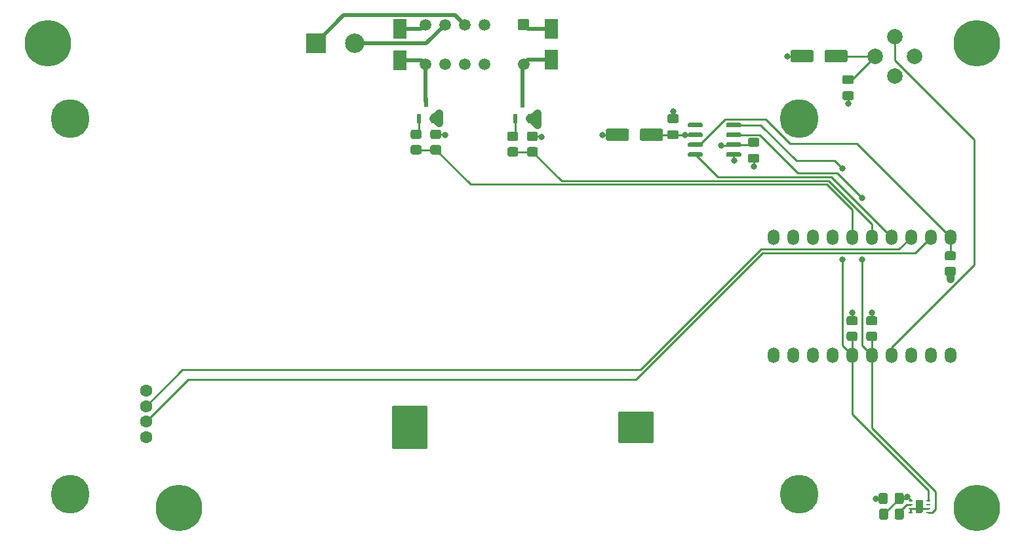
<source format=gtl>
G04 #@! TF.GenerationSoftware,KiCad,Pcbnew,(5.1.10)-1*
G04 #@! TF.CreationDate,2021-10-31T21:23:51-04:00*
G04 #@! TF.ProjectId,Hardware-YurtThermostat,48617264-7761-4726-952d-597572745468,rev?*
G04 #@! TF.SameCoordinates,Original*
G04 #@! TF.FileFunction,Copper,L1,Top*
G04 #@! TF.FilePolarity,Positive*
%FSLAX46Y46*%
G04 Gerber Fmt 4.6, Leading zero omitted, Abs format (unit mm)*
G04 Created by KiCad (PCBNEW (5.1.10)-1) date 2021-10-31 21:23:51*
%MOMM*%
%LPD*%
G01*
G04 APERTURE LIST*
G04 #@! TA.AperFunction,ComponentPad*
%ADD10C,5.000000*%
G04 #@! TD*
G04 #@! TA.AperFunction,SMDPad,CuDef*
%ADD11R,2.600000X3.600000*%
G04 #@! TD*
G04 #@! TA.AperFunction,SMDPad,CuDef*
%ADD12R,1.800000X2.500000*%
G04 #@! TD*
G04 #@! TA.AperFunction,ComponentPad*
%ADD13C,3.400000*%
G04 #@! TD*
G04 #@! TA.AperFunction,ConnectorPad*
%ADD14C,6.000000*%
G04 #@! TD*
G04 #@! TA.AperFunction,ComponentPad*
%ADD15C,1.597660*%
G04 #@! TD*
G04 #@! TA.AperFunction,ComponentPad*
%ADD16R,2.500000X2.500000*%
G04 #@! TD*
G04 #@! TA.AperFunction,ComponentPad*
%ADD17C,2.500000*%
G04 #@! TD*
G04 #@! TA.AperFunction,ComponentPad*
%ADD18C,1.500000*%
G04 #@! TD*
G04 #@! TA.AperFunction,SMDPad,CuDef*
%ADD19R,0.600000X1.300000*%
G04 #@! TD*
G04 #@! TA.AperFunction,ComponentPad*
%ADD20C,2.000000*%
G04 #@! TD*
G04 #@! TA.AperFunction,ComponentPad*
%ADD21O,1.524000X2.000000*%
G04 #@! TD*
G04 #@! TA.AperFunction,SMDPad,CuDef*
%ADD22C,0.100000*%
G04 #@! TD*
G04 #@! TA.AperFunction,SMDPad,CuDef*
%ADD23R,0.550000X0.250000*%
G04 #@! TD*
G04 #@! TA.AperFunction,ViaPad*
%ADD24C,0.800000*%
G04 #@! TD*
G04 #@! TA.AperFunction,Conductor*
%ADD25C,0.250000*%
G04 #@! TD*
G04 #@! TA.AperFunction,Conductor*
%ADD26C,1.000000*%
G04 #@! TD*
G04 #@! TA.AperFunction,Conductor*
%ADD27C,0.500000*%
G04 #@! TD*
G04 #@! TA.AperFunction,Conductor*
%ADD28C,0.254000*%
G04 #@! TD*
G04 #@! TA.AperFunction,Conductor*
%ADD29C,0.100000*%
G04 #@! TD*
G04 APERTURE END LIST*
D10*
X97950000Y-113270000D03*
X97950000Y-64730000D03*
X192050000Y-64730000D03*
X192050000Y-113270000D03*
D11*
X141656000Y-104521000D03*
X170956000Y-104521000D03*
G04 #@! TA.AperFunction,SMDPad,CuDef*
G36*
G01*
X197899000Y-61177500D02*
X198849000Y-61177500D01*
G75*
G02*
X199099000Y-61427500I0J-250000D01*
G01*
X199099000Y-62102500D01*
G75*
G02*
X198849000Y-62352500I-250000J0D01*
G01*
X197899000Y-62352500D01*
G75*
G02*
X197649000Y-62102500I0J250000D01*
G01*
X197649000Y-61427500D01*
G75*
G02*
X197899000Y-61177500I250000J0D01*
G01*
G37*
G04 #@! TD.AperFunction*
G04 #@! TA.AperFunction,SMDPad,CuDef*
G36*
G01*
X197899000Y-59102500D02*
X198849000Y-59102500D01*
G75*
G02*
X199099000Y-59352500I0J-250000D01*
G01*
X199099000Y-60027500D01*
G75*
G02*
X198849000Y-60277500I-250000J0D01*
G01*
X197899000Y-60277500D01*
G75*
G02*
X197649000Y-60027500I0J250000D01*
G01*
X197649000Y-59352500D01*
G75*
G02*
X197899000Y-59102500I250000J0D01*
G01*
G37*
G04 #@! TD.AperFunction*
G04 #@! TA.AperFunction,SMDPad,CuDef*
G36*
G01*
X193930000Y-56090000D02*
X193930000Y-57190000D01*
G75*
G02*
X193680000Y-57440000I-250000J0D01*
G01*
X191180000Y-57440000D01*
G75*
G02*
X190930000Y-57190000I0J250000D01*
G01*
X190930000Y-56090000D01*
G75*
G02*
X191180000Y-55840000I250000J0D01*
G01*
X193680000Y-55840000D01*
G75*
G02*
X193930000Y-56090000I0J-250000D01*
G01*
G37*
G04 #@! TD.AperFunction*
G04 #@! TA.AperFunction,SMDPad,CuDef*
G36*
G01*
X198330000Y-56090000D02*
X198330000Y-57190000D01*
G75*
G02*
X198080000Y-57440000I-250000J0D01*
G01*
X195580000Y-57440000D01*
G75*
G02*
X195330000Y-57190000I0J250000D01*
G01*
X195330000Y-56090000D01*
G75*
G02*
X195580000Y-55840000I250000J0D01*
G01*
X198080000Y-55840000D01*
G75*
G02*
X198330000Y-56090000I0J-250000D01*
G01*
G37*
G04 #@! TD.AperFunction*
G04 #@! TA.AperFunction,SMDPad,CuDef*
G36*
G01*
X185707000Y-69262500D02*
X186657000Y-69262500D01*
G75*
G02*
X186907000Y-69512500I0J-250000D01*
G01*
X186907000Y-70187500D01*
G75*
G02*
X186657000Y-70437500I-250000J0D01*
G01*
X185707000Y-70437500D01*
G75*
G02*
X185457000Y-70187500I0J250000D01*
G01*
X185457000Y-69512500D01*
G75*
G02*
X185707000Y-69262500I250000J0D01*
G01*
G37*
G04 #@! TD.AperFunction*
G04 #@! TA.AperFunction,SMDPad,CuDef*
G36*
G01*
X185707000Y-67187500D02*
X186657000Y-67187500D01*
G75*
G02*
X186907000Y-67437500I0J-250000D01*
G01*
X186907000Y-68112500D01*
G75*
G02*
X186657000Y-68362500I-250000J0D01*
G01*
X185707000Y-68362500D01*
G75*
G02*
X185457000Y-68112500I0J250000D01*
G01*
X185457000Y-67437500D01*
G75*
G02*
X185707000Y-67187500I250000J0D01*
G01*
G37*
G04 #@! TD.AperFunction*
G04 #@! TA.AperFunction,SMDPad,CuDef*
G36*
G01*
X174474000Y-66252000D02*
X174474000Y-67352000D01*
G75*
G02*
X174224000Y-67602000I-250000J0D01*
G01*
X171724000Y-67602000D01*
G75*
G02*
X171474000Y-67352000I0J250000D01*
G01*
X171474000Y-66252000D01*
G75*
G02*
X171724000Y-66002000I250000J0D01*
G01*
X174224000Y-66002000D01*
G75*
G02*
X174474000Y-66252000I0J-250000D01*
G01*
G37*
G04 #@! TD.AperFunction*
G04 #@! TA.AperFunction,SMDPad,CuDef*
G36*
G01*
X170074000Y-66252000D02*
X170074000Y-67352000D01*
G75*
G02*
X169824000Y-67602000I-250000J0D01*
G01*
X167324000Y-67602000D01*
G75*
G02*
X167074000Y-67352000I0J250000D01*
G01*
X167074000Y-66252000D01*
G75*
G02*
X167324000Y-66002000I250000J0D01*
G01*
X169824000Y-66002000D01*
G75*
G02*
X170074000Y-66252000I0J-250000D01*
G01*
G37*
G04 #@! TD.AperFunction*
G04 #@! TA.AperFunction,SMDPad,CuDef*
G36*
G01*
X176243000Y-67389500D02*
X175293000Y-67389500D01*
G75*
G02*
X175043000Y-67139500I0J250000D01*
G01*
X175043000Y-66464500D01*
G75*
G02*
X175293000Y-66214500I250000J0D01*
G01*
X176243000Y-66214500D01*
G75*
G02*
X176493000Y-66464500I0J-250000D01*
G01*
X176493000Y-67139500D01*
G75*
G02*
X176243000Y-67389500I-250000J0D01*
G01*
G37*
G04 #@! TD.AperFunction*
G04 #@! TA.AperFunction,SMDPad,CuDef*
G36*
G01*
X176243000Y-65314500D02*
X175293000Y-65314500D01*
G75*
G02*
X175043000Y-65064500I0J250000D01*
G01*
X175043000Y-64389500D01*
G75*
G02*
X175293000Y-64139500I250000J0D01*
G01*
X176243000Y-64139500D01*
G75*
G02*
X176493000Y-64389500I0J-250000D01*
G01*
X176493000Y-65064500D01*
G75*
G02*
X176243000Y-65314500I-250000J0D01*
G01*
G37*
G04 #@! TD.AperFunction*
G04 #@! TA.AperFunction,SMDPad,CuDef*
G36*
G01*
X205565500Y-113317000D02*
X205565500Y-114267000D01*
G75*
G02*
X205315500Y-114517000I-250000J0D01*
G01*
X204640500Y-114517000D01*
G75*
G02*
X204390500Y-114267000I0J250000D01*
G01*
X204390500Y-113317000D01*
G75*
G02*
X204640500Y-113067000I250000J0D01*
G01*
X205315500Y-113067000D01*
G75*
G02*
X205565500Y-113317000I0J-250000D01*
G01*
G37*
G04 #@! TD.AperFunction*
G04 #@! TA.AperFunction,SMDPad,CuDef*
G36*
G01*
X203490500Y-113317000D02*
X203490500Y-114267000D01*
G75*
G02*
X203240500Y-114517000I-250000J0D01*
G01*
X202565500Y-114517000D01*
G75*
G02*
X202315500Y-114267000I0J250000D01*
G01*
X202315500Y-113317000D01*
G75*
G02*
X202565500Y-113067000I250000J0D01*
G01*
X203240500Y-113067000D01*
G75*
G02*
X203490500Y-113317000I0J-250000D01*
G01*
G37*
G04 #@! TD.AperFunction*
D12*
X160020000Y-53086000D03*
X160020000Y-57086000D03*
X140462000Y-57150000D03*
X140462000Y-53150000D03*
D13*
X215000000Y-115000000D03*
D14*
X215000000Y-115000000D03*
X112000000Y-115000000D03*
D13*
X112000000Y-115000000D03*
X215000000Y-55000000D03*
D14*
X215000000Y-55000000D03*
X95000000Y-55000000D03*
D13*
X95000000Y-55000000D03*
D15*
X107696000Y-105869740D03*
X107696000Y-103868220D03*
X107696000Y-101871780D03*
X107696000Y-99870260D03*
D16*
X129620000Y-55000000D03*
D17*
X134620000Y-55000000D03*
D18*
X156464000Y-57658000D03*
X151384000Y-57658000D03*
X148844000Y-57658000D03*
X146304000Y-57658000D03*
X143764000Y-57658000D03*
X143764000Y-52578000D03*
X146304000Y-52578000D03*
X148844000Y-52578000D03*
X151384000Y-52578000D03*
G04 #@! TA.AperFunction,ComponentPad*
G36*
G01*
X155964500Y-51828000D02*
X156963500Y-51828000D01*
G75*
G02*
X157214000Y-52078500I0J-250500D01*
G01*
X157214000Y-53077500D01*
G75*
G02*
X156963500Y-53328000I-250500J0D01*
G01*
X155964500Y-53328000D01*
G75*
G02*
X155714000Y-53077500I0J250500D01*
G01*
X155714000Y-52078500D01*
G75*
G02*
X155964500Y-51828000I250500J0D01*
G01*
G37*
G04 #@! TD.AperFunction*
D19*
X156334000Y-62658000D03*
X157284000Y-64758000D03*
X155384000Y-64758000D03*
X142912000Y-64724000D03*
X144812000Y-64724000D03*
X143862000Y-62624000D03*
G04 #@! TA.AperFunction,SMDPad,CuDef*
G36*
G01*
X200983999Y-92237000D02*
X201884001Y-92237000D01*
G75*
G02*
X202134000Y-92486999I0J-249999D01*
G01*
X202134000Y-93187001D01*
G75*
G02*
X201884001Y-93437000I-249999J0D01*
G01*
X200983999Y-93437000D01*
G75*
G02*
X200734000Y-93187001I0J249999D01*
G01*
X200734000Y-92486999D01*
G75*
G02*
X200983999Y-92237000I249999J0D01*
G01*
G37*
G04 #@! TD.AperFunction*
G04 #@! TA.AperFunction,SMDPad,CuDef*
G36*
G01*
X200983999Y-90237000D02*
X201884001Y-90237000D01*
G75*
G02*
X202134000Y-90486999I0J-249999D01*
G01*
X202134000Y-91187001D01*
G75*
G02*
X201884001Y-91437000I-249999J0D01*
G01*
X200983999Y-91437000D01*
G75*
G02*
X200734000Y-91187001I0J249999D01*
G01*
X200734000Y-90486999D01*
G75*
G02*
X200983999Y-90237000I249999J0D01*
G01*
G37*
G04 #@! TD.AperFunction*
G04 #@! TA.AperFunction,SMDPad,CuDef*
G36*
G01*
X198443999Y-90237000D02*
X199344001Y-90237000D01*
G75*
G02*
X199594000Y-90486999I0J-249999D01*
G01*
X199594000Y-91187001D01*
G75*
G02*
X199344001Y-91437000I-249999J0D01*
G01*
X198443999Y-91437000D01*
G75*
G02*
X198194000Y-91187001I0J249999D01*
G01*
X198194000Y-90486999D01*
G75*
G02*
X198443999Y-90237000I249999J0D01*
G01*
G37*
G04 #@! TD.AperFunction*
G04 #@! TA.AperFunction,SMDPad,CuDef*
G36*
G01*
X198443999Y-92237000D02*
X199344001Y-92237000D01*
G75*
G02*
X199594000Y-92486999I0J-249999D01*
G01*
X199594000Y-93187001D01*
G75*
G02*
X199344001Y-93437000I-249999J0D01*
G01*
X198443999Y-93437000D01*
G75*
G02*
X198194000Y-93187001I0J249999D01*
G01*
X198194000Y-92486999D01*
G75*
G02*
X198443999Y-92237000I249999J0D01*
G01*
G37*
G04 #@! TD.AperFunction*
G04 #@! TA.AperFunction,SMDPad,CuDef*
G36*
G01*
X212032001Y-85055000D02*
X211131999Y-85055000D01*
G75*
G02*
X210882000Y-84805001I0J249999D01*
G01*
X210882000Y-84104999D01*
G75*
G02*
X211131999Y-83855000I249999J0D01*
G01*
X212032001Y-83855000D01*
G75*
G02*
X212282000Y-84104999I0J-249999D01*
G01*
X212282000Y-84805001D01*
G75*
G02*
X212032001Y-85055000I-249999J0D01*
G01*
G37*
G04 #@! TD.AperFunction*
G04 #@! TA.AperFunction,SMDPad,CuDef*
G36*
G01*
X212032001Y-83055000D02*
X211131999Y-83055000D01*
G75*
G02*
X210882000Y-82805001I0J249999D01*
G01*
X210882000Y-82104999D01*
G75*
G02*
X211131999Y-81855000I249999J0D01*
G01*
X212032001Y-81855000D01*
G75*
G02*
X212282000Y-82104999I0J-249999D01*
G01*
X212282000Y-82805001D01*
G75*
G02*
X212032001Y-83055000I-249999J0D01*
G01*
G37*
G04 #@! TD.AperFunction*
G04 #@! TA.AperFunction,SMDPad,CuDef*
G36*
G01*
X204378000Y-116274001D02*
X204378000Y-115373999D01*
G75*
G02*
X204627999Y-115124000I249999J0D01*
G01*
X205328001Y-115124000D01*
G75*
G02*
X205578000Y-115373999I0J-249999D01*
G01*
X205578000Y-116274001D01*
G75*
G02*
X205328001Y-116524000I-249999J0D01*
G01*
X204627999Y-116524000D01*
G75*
G02*
X204378000Y-116274001I0J249999D01*
G01*
G37*
G04 #@! TD.AperFunction*
G04 #@! TA.AperFunction,SMDPad,CuDef*
G36*
G01*
X202378000Y-116274001D02*
X202378000Y-115373999D01*
G75*
G02*
X202627999Y-115124000I249999J0D01*
G01*
X203328001Y-115124000D01*
G75*
G02*
X203578000Y-115373999I0J-249999D01*
G01*
X203578000Y-116274001D01*
G75*
G02*
X203328001Y-116524000I-249999J0D01*
G01*
X202627999Y-116524000D01*
G75*
G02*
X202378000Y-116274001I0J249999D01*
G01*
G37*
G04 #@! TD.AperFunction*
G04 #@! TA.AperFunction,SMDPad,CuDef*
G36*
G01*
X157153999Y-68408000D02*
X158054001Y-68408000D01*
G75*
G02*
X158304000Y-68657999I0J-249999D01*
G01*
X158304000Y-69358001D01*
G75*
G02*
X158054001Y-69608000I-249999J0D01*
G01*
X157153999Y-69608000D01*
G75*
G02*
X156904000Y-69358001I0J249999D01*
G01*
X156904000Y-68657999D01*
G75*
G02*
X157153999Y-68408000I249999J0D01*
G01*
G37*
G04 #@! TD.AperFunction*
G04 #@! TA.AperFunction,SMDPad,CuDef*
G36*
G01*
X157153999Y-66408000D02*
X158054001Y-66408000D01*
G75*
G02*
X158304000Y-66657999I0J-249999D01*
G01*
X158304000Y-67358001D01*
G75*
G02*
X158054001Y-67608000I-249999J0D01*
G01*
X157153999Y-67608000D01*
G75*
G02*
X156904000Y-67358001I0J249999D01*
G01*
X156904000Y-66657999D01*
G75*
G02*
X157153999Y-66408000I249999J0D01*
G01*
G37*
G04 #@! TD.AperFunction*
G04 #@! TA.AperFunction,SMDPad,CuDef*
G36*
G01*
X144681999Y-66154000D02*
X145582001Y-66154000D01*
G75*
G02*
X145832000Y-66403999I0J-249999D01*
G01*
X145832000Y-67104001D01*
G75*
G02*
X145582001Y-67354000I-249999J0D01*
G01*
X144681999Y-67354000D01*
G75*
G02*
X144432000Y-67104001I0J249999D01*
G01*
X144432000Y-66403999D01*
G75*
G02*
X144681999Y-66154000I249999J0D01*
G01*
G37*
G04 #@! TD.AperFunction*
G04 #@! TA.AperFunction,SMDPad,CuDef*
G36*
G01*
X144681999Y-68154000D02*
X145582001Y-68154000D01*
G75*
G02*
X145832000Y-68403999I0J-249999D01*
G01*
X145832000Y-69104001D01*
G75*
G02*
X145582001Y-69354000I-249999J0D01*
G01*
X144681999Y-69354000D01*
G75*
G02*
X144432000Y-69104001I0J249999D01*
G01*
X144432000Y-68403999D01*
G75*
G02*
X144681999Y-68154000I249999J0D01*
G01*
G37*
G04 #@! TD.AperFunction*
G04 #@! TA.AperFunction,SMDPad,CuDef*
G36*
G01*
X154613999Y-66408000D02*
X155514001Y-66408000D01*
G75*
G02*
X155764000Y-66657999I0J-249999D01*
G01*
X155764000Y-67358001D01*
G75*
G02*
X155514001Y-67608000I-249999J0D01*
G01*
X154613999Y-67608000D01*
G75*
G02*
X154364000Y-67358001I0J249999D01*
G01*
X154364000Y-66657999D01*
G75*
G02*
X154613999Y-66408000I249999J0D01*
G01*
G37*
G04 #@! TD.AperFunction*
G04 #@! TA.AperFunction,SMDPad,CuDef*
G36*
G01*
X154613999Y-68408000D02*
X155514001Y-68408000D01*
G75*
G02*
X155764000Y-68657999I0J-249999D01*
G01*
X155764000Y-69358001D01*
G75*
G02*
X155514001Y-69608000I-249999J0D01*
G01*
X154613999Y-69608000D01*
G75*
G02*
X154364000Y-69358001I0J249999D01*
G01*
X154364000Y-68657999D01*
G75*
G02*
X154613999Y-68408000I249999J0D01*
G01*
G37*
G04 #@! TD.AperFunction*
G04 #@! TA.AperFunction,SMDPad,CuDef*
G36*
G01*
X142141999Y-68154000D02*
X143042001Y-68154000D01*
G75*
G02*
X143292000Y-68403999I0J-249999D01*
G01*
X143292000Y-69104001D01*
G75*
G02*
X143042001Y-69354000I-249999J0D01*
G01*
X142141999Y-69354000D01*
G75*
G02*
X141892000Y-69104001I0J249999D01*
G01*
X141892000Y-68403999D01*
G75*
G02*
X142141999Y-68154000I249999J0D01*
G01*
G37*
G04 #@! TD.AperFunction*
G04 #@! TA.AperFunction,SMDPad,CuDef*
G36*
G01*
X142141999Y-66154000D02*
X143042001Y-66154000D01*
G75*
G02*
X143292000Y-66403999I0J-249999D01*
G01*
X143292000Y-67104001D01*
G75*
G02*
X143042001Y-67354000I-249999J0D01*
G01*
X142141999Y-67354000D01*
G75*
G02*
X141892000Y-67104001I0J249999D01*
G01*
X141892000Y-66403999D01*
G75*
G02*
X142141999Y-66154000I249999J0D01*
G01*
G37*
G04 #@! TD.AperFunction*
D20*
X204450000Y-54100000D03*
X206990000Y-56640000D03*
X201910000Y-56640000D03*
X204450000Y-59180000D03*
D21*
X211594000Y-80021000D03*
X209054000Y-80021000D03*
X206514000Y-80021000D03*
X203974000Y-80021000D03*
X201434000Y-80021000D03*
X198894000Y-80021000D03*
X196354000Y-80021000D03*
X193814000Y-80021000D03*
X191274000Y-80021000D03*
X188734000Y-80021000D03*
X188734000Y-95261000D03*
X191274000Y-95261000D03*
X193814000Y-95261000D03*
X196354000Y-95261000D03*
X198894000Y-95261000D03*
X201434000Y-95261000D03*
X203974000Y-95261000D03*
X206514000Y-95261000D03*
X209054000Y-95261000D03*
X211594000Y-95261000D03*
G04 #@! TA.AperFunction,SMDPad,CuDef*
G36*
G01*
X177668000Y-65713000D02*
X177668000Y-65413000D01*
G75*
G02*
X177818000Y-65263000I150000J0D01*
G01*
X179468000Y-65263000D01*
G75*
G02*
X179618000Y-65413000I0J-150000D01*
G01*
X179618000Y-65713000D01*
G75*
G02*
X179468000Y-65863000I-150000J0D01*
G01*
X177818000Y-65863000D01*
G75*
G02*
X177668000Y-65713000I0J150000D01*
G01*
G37*
G04 #@! TD.AperFunction*
G04 #@! TA.AperFunction,SMDPad,CuDef*
G36*
G01*
X177668000Y-66983000D02*
X177668000Y-66683000D01*
G75*
G02*
X177818000Y-66533000I150000J0D01*
G01*
X179468000Y-66533000D01*
G75*
G02*
X179618000Y-66683000I0J-150000D01*
G01*
X179618000Y-66983000D01*
G75*
G02*
X179468000Y-67133000I-150000J0D01*
G01*
X177818000Y-67133000D01*
G75*
G02*
X177668000Y-66983000I0J150000D01*
G01*
G37*
G04 #@! TD.AperFunction*
G04 #@! TA.AperFunction,SMDPad,CuDef*
G36*
G01*
X177668000Y-68253000D02*
X177668000Y-67953000D01*
G75*
G02*
X177818000Y-67803000I150000J0D01*
G01*
X179468000Y-67803000D01*
G75*
G02*
X179618000Y-67953000I0J-150000D01*
G01*
X179618000Y-68253000D01*
G75*
G02*
X179468000Y-68403000I-150000J0D01*
G01*
X177818000Y-68403000D01*
G75*
G02*
X177668000Y-68253000I0J150000D01*
G01*
G37*
G04 #@! TD.AperFunction*
G04 #@! TA.AperFunction,SMDPad,CuDef*
G36*
G01*
X177668000Y-69523000D02*
X177668000Y-69223000D01*
G75*
G02*
X177818000Y-69073000I150000J0D01*
G01*
X179468000Y-69073000D01*
G75*
G02*
X179618000Y-69223000I0J-150000D01*
G01*
X179618000Y-69523000D01*
G75*
G02*
X179468000Y-69673000I-150000J0D01*
G01*
X177818000Y-69673000D01*
G75*
G02*
X177668000Y-69523000I0J150000D01*
G01*
G37*
G04 #@! TD.AperFunction*
G04 #@! TA.AperFunction,SMDPad,CuDef*
G36*
G01*
X182618000Y-69523000D02*
X182618000Y-69223000D01*
G75*
G02*
X182768000Y-69073000I150000J0D01*
G01*
X184418000Y-69073000D01*
G75*
G02*
X184568000Y-69223000I0J-150000D01*
G01*
X184568000Y-69523000D01*
G75*
G02*
X184418000Y-69673000I-150000J0D01*
G01*
X182768000Y-69673000D01*
G75*
G02*
X182618000Y-69523000I0J150000D01*
G01*
G37*
G04 #@! TD.AperFunction*
G04 #@! TA.AperFunction,SMDPad,CuDef*
G36*
G01*
X182618000Y-68253000D02*
X182618000Y-67953000D01*
G75*
G02*
X182768000Y-67803000I150000J0D01*
G01*
X184418000Y-67803000D01*
G75*
G02*
X184568000Y-67953000I0J-150000D01*
G01*
X184568000Y-68253000D01*
G75*
G02*
X184418000Y-68403000I-150000J0D01*
G01*
X182768000Y-68403000D01*
G75*
G02*
X182618000Y-68253000I0J150000D01*
G01*
G37*
G04 #@! TD.AperFunction*
G04 #@! TA.AperFunction,SMDPad,CuDef*
G36*
G01*
X182618000Y-66983000D02*
X182618000Y-66683000D01*
G75*
G02*
X182768000Y-66533000I150000J0D01*
G01*
X184418000Y-66533000D01*
G75*
G02*
X184568000Y-66683000I0J-150000D01*
G01*
X184568000Y-66983000D01*
G75*
G02*
X184418000Y-67133000I-150000J0D01*
G01*
X182768000Y-67133000D01*
G75*
G02*
X182618000Y-66983000I0J150000D01*
G01*
G37*
G04 #@! TD.AperFunction*
G04 #@! TA.AperFunction,SMDPad,CuDef*
G36*
G01*
X182618000Y-65713000D02*
X182618000Y-65413000D01*
G75*
G02*
X182768000Y-65263000I150000J0D01*
G01*
X184418000Y-65263000D01*
G75*
G02*
X184568000Y-65413000I0J-150000D01*
G01*
X184568000Y-65713000D01*
G75*
G02*
X184418000Y-65863000I-150000J0D01*
G01*
X182768000Y-65863000D01*
G75*
G02*
X182618000Y-65713000I0J150000D01*
G01*
G37*
G04 #@! TD.AperFunction*
G04 #@! TA.AperFunction,SMDPad,CuDef*
D22*
G36*
X207088000Y-114008000D02*
G01*
X208088000Y-114008000D01*
X208088000Y-115408000D01*
X207788000Y-115708000D01*
X207088000Y-115708000D01*
X207088000Y-114008000D01*
G37*
G04 #@! TD.AperFunction*
D23*
X206413000Y-115608000D03*
X206413000Y-115108000D03*
X206413000Y-114608000D03*
X206413000Y-114108000D03*
X208763000Y-114108000D03*
X208763000Y-114608000D03*
X208763000Y-115108000D03*
X208763000Y-115608000D03*
D24*
X158750000Y-67056000D03*
X146304000Y-66802000D03*
X145542000Y-64008000D03*
X158242000Y-64008000D03*
X139954000Y-104521000D03*
X201930000Y-113792000D03*
X207588000Y-114858000D03*
X198374000Y-62738000D03*
X190500000Y-56642000D03*
X166624000Y-66802000D03*
X175768000Y-63754000D03*
X186182000Y-70866000D03*
X183642000Y-70104000D03*
X143510000Y-104521000D03*
X143510000Y-105791000D03*
X143510000Y-103505000D03*
X139954000Y-105791000D03*
X139954000Y-103505000D03*
X139954000Y-106807000D03*
X139954000Y-102235000D03*
X143510000Y-102235000D03*
X143510000Y-106807000D03*
X145542000Y-65278000D03*
X158242000Y-65532000D03*
X172720000Y-102997000D03*
X172720000Y-105029000D03*
X172720000Y-104013000D03*
X169164000Y-102997000D03*
X169164000Y-104013000D03*
X169164000Y-106045000D03*
X169164000Y-105029000D03*
X172720000Y-106045000D03*
X181991000Y-68199000D03*
X211582000Y-85471000D03*
X198882000Y-89789000D03*
X201422000Y-89789000D03*
X205994000Y-113538000D03*
X177292000Y-66802000D03*
X200152000Y-82931000D03*
X200151996Y-74930000D03*
X197611996Y-82931004D03*
X197612000Y-71120000D03*
D25*
X175768000Y-64727000D02*
X175768000Y-63754000D01*
X168574000Y-66802000D02*
X166624000Y-66802000D01*
X186182000Y-69850000D02*
X186182000Y-70866000D01*
X183593000Y-70055000D02*
X183642000Y-70104000D01*
X183593000Y-69373000D02*
X183593000Y-70055000D01*
X190502000Y-56640000D02*
X190500000Y-56642000D01*
X192430000Y-56640000D02*
X190502000Y-56640000D01*
X198374000Y-61765000D02*
X198374000Y-62738000D01*
X206413000Y-115108000D02*
X206413000Y-115608000D01*
X207338000Y-115108000D02*
X207588000Y-114858000D01*
X206413000Y-115108000D02*
X207338000Y-115108000D01*
X207838000Y-115108000D02*
X207588000Y-114858000D01*
X208763000Y-115108000D02*
X207838000Y-115108000D01*
X202903000Y-113792000D02*
X201930000Y-113792000D01*
D26*
X144826000Y-64724000D02*
X145542000Y-64008000D01*
X144812000Y-64724000D02*
X144826000Y-64724000D01*
X144988000Y-64724000D02*
X145542000Y-65278000D01*
X144812000Y-64724000D02*
X144988000Y-64724000D01*
X145542000Y-64008000D02*
X145542000Y-65278000D01*
X157492000Y-64758000D02*
X158242000Y-64008000D01*
X157284000Y-64758000D02*
X157492000Y-64758000D01*
X157468000Y-64758000D02*
X158242000Y-65532000D01*
X157284000Y-64758000D02*
X157468000Y-64758000D01*
X158242000Y-64008000D02*
X158242000Y-65532000D01*
D25*
X146256000Y-66754000D02*
X146304000Y-66802000D01*
X145132000Y-66754000D02*
X146256000Y-66754000D01*
X158702000Y-67008000D02*
X158750000Y-67056000D01*
X157604000Y-67008000D02*
X158702000Y-67008000D01*
X185854000Y-68103000D02*
X186182000Y-67775000D01*
X183593000Y-68103000D02*
X185854000Y-68103000D01*
X183216232Y-68103000D02*
X183593000Y-68103000D01*
X186182000Y-67775000D02*
X186182000Y-67775000D01*
X183497000Y-68199000D02*
X183593000Y-68103000D01*
X181991000Y-68199000D02*
X183497000Y-68199000D01*
X178612000Y-66802000D02*
X178643000Y-66833000D01*
X172974000Y-66802000D02*
X178612000Y-66802000D01*
X196830000Y-56640000D02*
X201910000Y-56640000D01*
X198860000Y-59690000D02*
X201910000Y-56640000D01*
X198374000Y-59690000D02*
X198860000Y-59690000D01*
X205740000Y-113792000D02*
X205994000Y-113538000D01*
X204978000Y-113792000D02*
X205740000Y-113792000D01*
X206413000Y-113957000D02*
X205994000Y-113538000D01*
X206413000Y-114108000D02*
X206413000Y-113957000D01*
X202978000Y-115792000D02*
X204978000Y-113792000D01*
X202978000Y-115824000D02*
X202978000Y-115792000D01*
X201434000Y-89801000D02*
X201422000Y-89789000D01*
X201434000Y-90837000D02*
X201434000Y-89801000D01*
X198894000Y-89801000D02*
X198882000Y-89789000D01*
X198894000Y-90837000D02*
X198894000Y-89801000D01*
D26*
X211582000Y-84455000D02*
X211582000Y-85471000D01*
D27*
X143192000Y-53150000D02*
X143764000Y-52578000D01*
X140462000Y-53150000D02*
X143192000Y-53150000D01*
X156972000Y-53086000D02*
X156464000Y-52578000D01*
X160020000Y-53086000D02*
X156972000Y-53086000D01*
X156334000Y-57788000D02*
X156464000Y-57658000D01*
X156334000Y-62658000D02*
X156334000Y-57788000D01*
X157036000Y-57086000D02*
X156464000Y-57658000D01*
X160020000Y-57086000D02*
X157036000Y-57086000D01*
X143256000Y-57150000D02*
X143764000Y-57658000D01*
X140462000Y-57150000D02*
X143256000Y-57150000D01*
X143764000Y-62526000D02*
X143862000Y-62624000D01*
X143764000Y-57658000D02*
X143764000Y-62526000D01*
D25*
X206514000Y-80021000D02*
X204943011Y-81591989D01*
X204943011Y-81591989D02*
X187140010Y-81591989D01*
X187140010Y-81591989D02*
X171577000Y-97155000D01*
X171577000Y-97155000D02*
X112412780Y-97155000D01*
X112412780Y-97155000D02*
X107696000Y-101871780D01*
X113139220Y-98425000D02*
X107696000Y-103868220D01*
X170943410Y-98425000D02*
X113139220Y-98425000D01*
X187326410Y-82042000D02*
X170943410Y-98425000D01*
X207033000Y-82042000D02*
X187326410Y-82042000D01*
X209054000Y-80021000D02*
X207033000Y-82042000D01*
D27*
X147643999Y-51377999D02*
X148844000Y-52578000D01*
X133242001Y-51377999D02*
X147643999Y-51377999D01*
X129620000Y-55000000D02*
X133242001Y-51377999D01*
X143882000Y-55000000D02*
X146304000Y-52578000D01*
X134620000Y-55000000D02*
X143882000Y-55000000D01*
D25*
X155384000Y-66688000D02*
X155064000Y-67008000D01*
X155384000Y-64758000D02*
X155384000Y-66688000D01*
X142912000Y-66434000D02*
X142592000Y-66754000D01*
X142912000Y-64724000D02*
X142912000Y-66434000D01*
X201434000Y-92837000D02*
X201434000Y-95261000D01*
X209248002Y-115608000D02*
X208763000Y-115608000D01*
X209677000Y-112903000D02*
X209677000Y-115179002D01*
X201434000Y-104660000D02*
X209677000Y-112903000D01*
X209677000Y-115179002D02*
X209248002Y-115608000D01*
X201434000Y-95261000D02*
X201434000Y-104660000D01*
X196976996Y-71755000D02*
X200151996Y-74930000D01*
X191897000Y-71755000D02*
X196976996Y-71755000D01*
X186975000Y-66833000D02*
X191897000Y-71755000D01*
X183593000Y-66833000D02*
X186975000Y-66833000D01*
X200152000Y-93980000D02*
X200152000Y-82931000D01*
X201433000Y-95261000D02*
X200152000Y-93980000D01*
X201434000Y-95261000D02*
X201433000Y-95261000D01*
X198894000Y-92837000D02*
X198894000Y-95261000D01*
X208763000Y-112751000D02*
X208763000Y-114108000D01*
X198894000Y-102882000D02*
X208763000Y-112751000D01*
X198894000Y-95261000D02*
X198894000Y-102882000D01*
X197611996Y-93978996D02*
X197611996Y-82931004D01*
X198894000Y-95261000D02*
X197611996Y-93978996D01*
X196660205Y-70168205D02*
X197612000Y-71120000D01*
X191707205Y-70168205D02*
X196660205Y-70168205D01*
X187102000Y-65563000D02*
X191707205Y-70168205D01*
X183593000Y-65563000D02*
X187102000Y-65563000D01*
X211594000Y-82443000D02*
X211582000Y-82455000D01*
X211594000Y-80021000D02*
X211594000Y-82443000D01*
X199518000Y-67945000D02*
X211594000Y-80021000D01*
X190881000Y-67945000D02*
X199518000Y-67945000D01*
X187706000Y-64770000D02*
X190881000Y-67945000D01*
X182499000Y-64770000D02*
X187706000Y-64770000D01*
X179166000Y-68103000D02*
X182499000Y-64770000D01*
X178643000Y-68103000D02*
X179166000Y-68103000D01*
X205927998Y-114608000D02*
X206413000Y-114608000D01*
X204978000Y-115557998D02*
X205927998Y-114608000D01*
X204978000Y-115824000D02*
X204978000Y-115557998D01*
X155064000Y-69008000D02*
X157604000Y-69008000D01*
X201434000Y-80021000D02*
X201434000Y-78369589D01*
X195835410Y-72770999D02*
X161366999Y-72770999D01*
X201434000Y-78369589D02*
X195835410Y-72770999D01*
X161366999Y-72770999D02*
X157604000Y-69008000D01*
X142592000Y-68754000D02*
X145132000Y-68754000D01*
X149599010Y-73221010D02*
X145132000Y-68754000D01*
X195649010Y-73221010D02*
X149599010Y-73221010D01*
X198894000Y-76466000D02*
X195649010Y-73221010D01*
X198894000Y-80021000D02*
X198894000Y-76466000D01*
X204450000Y-57218998D02*
X214630000Y-67398998D01*
X204450000Y-54100000D02*
X204450000Y-57218998D01*
X203974000Y-94245740D02*
X203974000Y-95261000D01*
X214630000Y-83589740D02*
X203974000Y-94245740D01*
X214630000Y-67398998D02*
X214630000Y-83589740D01*
X196216000Y-72263000D02*
X203974000Y-80021000D01*
X181533000Y-72263000D02*
X196216000Y-72263000D01*
X178643000Y-69373000D02*
X181533000Y-72263000D01*
D28*
X143891000Y-107188000D02*
X139573000Y-107188000D01*
X139573000Y-101854000D01*
X143891000Y-101854000D01*
X143891000Y-107188000D01*
G04 #@! TA.AperFunction,Conductor*
D29*
G36*
X143891000Y-107188000D02*
G01*
X139573000Y-107188000D01*
X139573000Y-101854000D01*
X143891000Y-101854000D01*
X143891000Y-107188000D01*
G37*
G04 #@! TD.AperFunction*
D28*
X173101000Y-106426000D02*
X168783000Y-106426000D01*
X168783000Y-102616000D01*
X173101000Y-102616000D01*
X173101000Y-106426000D01*
G04 #@! TA.AperFunction,Conductor*
D29*
G36*
X173101000Y-106426000D02*
G01*
X168783000Y-106426000D01*
X168783000Y-102616000D01*
X173101000Y-102616000D01*
X173101000Y-106426000D01*
G37*
G04 #@! TD.AperFunction*
M02*

</source>
